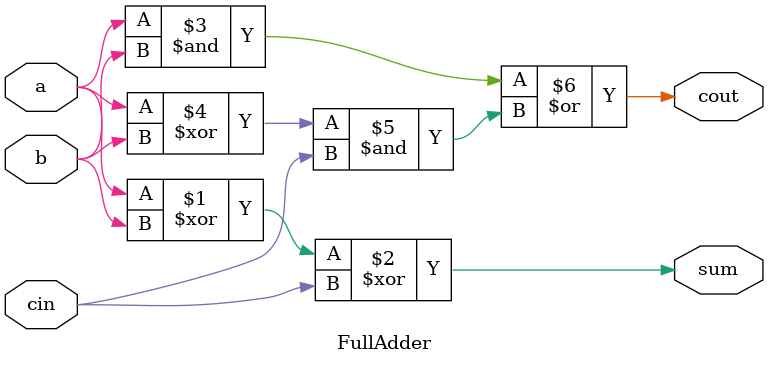
<source format=sv>
module FullAdder (
    input  wire a, b, cin,
    output wire sum, cout
);
    assign sum = a ^ b ^ cin;
    assign cout = (a & b) | ((a ^ b) & cin);
endmodule

</source>
